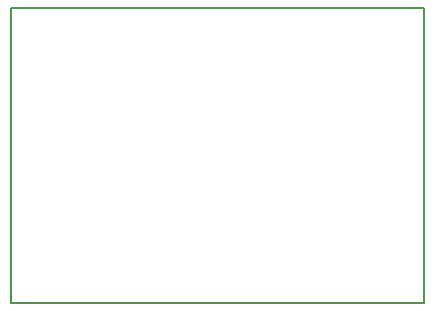
<source format=gbr>
G04 #@! TF.FileFunction,Profile,NP*
%FSLAX46Y46*%
G04 Gerber Fmt 4.6, Leading zero omitted, Abs format (unit mm)*
G04 Created by KiCad (PCBNEW 4.0.7) date Sat Oct 28 22:36:45 2017*
%MOMM*%
%LPD*%
G01*
G04 APERTURE LIST*
%ADD10C,0.100000*%
%ADD11C,0.150000*%
G04 APERTURE END LIST*
D10*
D11*
X170815000Y-71374000D02*
X205790800Y-71374000D01*
X205790800Y-96291400D02*
X205790800Y-71374000D01*
X170815000Y-96291400D02*
X205790800Y-96291400D01*
X170815000Y-96291400D02*
X170815000Y-71374000D01*
M02*

</source>
